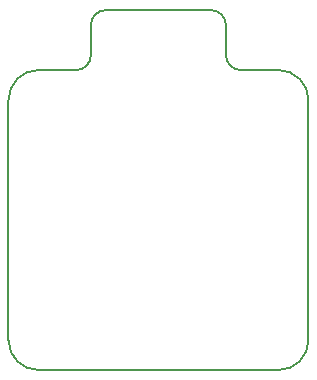
<source format=gbr>
G04 #@! TF.FileFunction,Profile,NP*
%FSLAX46Y46*%
G04 Gerber Fmt 4.6, Leading zero omitted, Abs format (unit mm)*
G04 Created by KiCad (PCBNEW 4.0.7-e2-6376~58~ubuntu16.04.1) date Wed Jan 17 09:18:42 2018*
%MOMM*%
%LPD*%
G01*
G04 APERTURE LIST*
%ADD10C,0.100000*%
%ADD11C,0.150000*%
G04 APERTURE END LIST*
D10*
D11*
X73660000Y-50800000D02*
X70485000Y-50800000D01*
X69215000Y-46990000D02*
X69215000Y-49530000D01*
X59055000Y-45720000D02*
X67945000Y-45720000D01*
X57785000Y-49530000D02*
X57785000Y-46990000D01*
X53340000Y-50800000D02*
X56515000Y-50800000D01*
X56515000Y-50800000D02*
G75*
G03X57785000Y-49530000I0J1270000D01*
G01*
X69215000Y-49530000D02*
G75*
G03X70485000Y-50800000I1270000J0D01*
G01*
X69215000Y-46990000D02*
G75*
G03X67945000Y-45720000I-1270000J0D01*
G01*
X59055000Y-45720000D02*
G75*
G03X57785000Y-46990000I0J-1270000D01*
G01*
X50800000Y-73660000D02*
X50800000Y-53340000D01*
X73660000Y-76200000D02*
X53340000Y-76200000D01*
X76200000Y-53340000D02*
X76200000Y-73660000D01*
X50800000Y-73660000D02*
G75*
G03X53340000Y-76200000I2540000J0D01*
G01*
X73660000Y-76200000D02*
G75*
G03X76200000Y-73660000I0J2540000D01*
G01*
X53340000Y-50800000D02*
G75*
G03X50800000Y-53340000I0J-2540000D01*
G01*
X76200000Y-53340000D02*
G75*
G03X73660000Y-50800000I-2540000J0D01*
G01*
M02*

</source>
